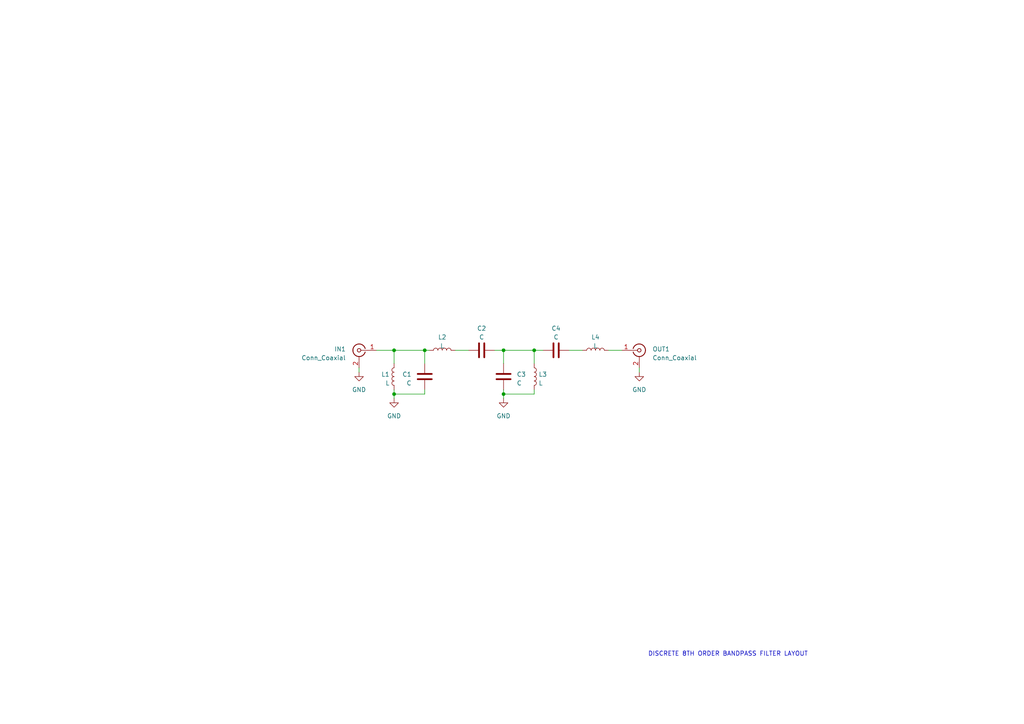
<source format=kicad_sch>
(kicad_sch (version 20230121) (generator eeschema)
  (paper "A4")
  (lib_symbols
    (symbol "Connector:Conn_Coaxial" (pin_names (offset 1.016) hide)
      (property "Reference" "J" (at 0.254 3.048 0))
      (property "Value" "Conn_Coaxial" (at 2.921 0 90))
      (symbol "Conn_Coaxial_0_1"
        (arc (start -1.778 -0.508) (mid 0.2311 -1.8066) (end 1.778 0) (stroke (width 0.254)))
        (polyline (pts (xy -2.54 0) (xy -0.508 0)))
        (polyline (pts (xy 0 -2.54) (xy 0 -1.778)))
        (circle (center 0 0) (radius 0.508) (stroke (width 0.2032)))
        (arc (start 1.778 0) (mid 0.2099 1.8101) (end -1.778 0.508) (stroke (width 0.254)))
      )
      (symbol "Conn_Coaxial_1_1"
        (pin passive line (at -5.08 0 0) (length 2.54) (name "In") (number "1"))
        (pin passive line (at 0 -5.08 90) (length 2.54) (name "Ext") (number "2"))
      )
    )
    (symbol "Device:C" (pin_numbers hide) (pin_names (offset 0.254))
      (property "Reference" "C" (at 0.635 2.54 0))
      (property "Value" "C" (at 0.635 -2.54 0))
      (symbol "C_0_1"
        (polyline (pts (xy -2.032 -0.762) (xy 2.032 -0.762)) (stroke (width 0.508)))
        (polyline (pts (xy -2.032 0.762) (xy 2.032 0.762)) (stroke (width 0.508)))
      )
      (symbol "C_1_1"
        (pin passive line (at 0 3.81 270) (length 2.794) (name "~") (number "1"))
        (pin passive line (at 0 -3.81 90) (length 2.794) (name "~") (number "2"))
      )
    )
    (symbol "Device:L" (pin_numbers hide) (pin_names (offset 1.016) hide)
      (property "Reference" "L" (at -1.27 0 90))
      (property "Value" "L" (at 1.905 0 90))
      (symbol "L_0_1"
        (arc (start 0 -2.54) (mid 0.6323 -1.905) (end 0 -1.27))
        (arc (start 0 -1.27) (mid 0.6323 -0.635) (end 0 0))
        (arc (start 0 0) (mid 0.6323 0.635) (end 0 1.27))
        (arc (start 0 1.27) (mid 0.6323 1.905) (end 0 2.54))
      )
      (symbol "L_1_1"
        (pin passive line (at 0 3.81 270) (length 1.27) (name "1") (number "1"))
        (pin passive line (at 0 -3.81 90) (length 1.27) (name "2") (number "2"))
      )
    )
    (symbol "power:GND" (power) (pin_names (offset 0))
      (property "Value" "GND" (at 0 -3.81 0))
      (symbol "GND_0_1"
        (polyline (pts (xy 0 0) (xy 0 -1.27) (xy 1.27 -1.27) (xy 0 -2.54) (xy -1.27 -1.27) (xy 0 -1.27)))
      )
      (symbol "GND_1_1"
        (pin power_in line (at 0 0 270) (length 0) hide (name "GND") (number "1"))
      )
    )
  )
  (junction (at 154.94 101.6))
  (junction (at 146.05 114.3))
  (junction (at 114.3 114.3))
  (junction (at 114.3 101.6))
  (junction (at 123.19 101.6))
  (junction (at 146.05 101.6))
  (wire (pts (xy 146.05 101.6) (xy 146.05 105.41)))
  (wire (pts (xy 146.05 113.03) (xy 146.05 114.3)))
  (wire (pts (xy 176.53 101.6) (xy 180.34 101.6)))
  (wire (pts (xy 154.94 101.6) (xy 157.48 101.6)))
  (wire (pts (xy 114.3 114.3) (xy 114.3 115.57)))
  (wire (pts (xy 154.94 101.6) (xy 154.94 105.41)))
  (wire (pts (xy 123.19 101.6) (xy 123.19 105.41)))
  (wire (pts (xy 146.05 114.3) (xy 154.94 114.3)))
  (wire (pts (xy 114.3 114.3) (xy 123.19 114.3)))
  (wire (pts (xy 104.14 106.68) (xy 104.14 107.95)))
  (wire (pts (xy 154.94 113.03) (xy 154.94 114.3)))
  (wire (pts (xy 146.05 101.6) (xy 154.94 101.6)))
  (wire (pts (xy 165.1 101.6) (xy 168.91 101.6)))
  (wire (pts (xy 123.19 101.6) (xy 124.46 101.6)))
  (wire (pts (xy 109.22 101.6) (xy 114.3 101.6)))
  (wire (pts (xy 114.3 101.6) (xy 123.19 101.6)))
  (wire (pts (xy 143.51 101.6) (xy 146.05 101.6)))
  (wire (pts (xy 185.42 106.68) (xy 185.42 107.95)))
  (wire (pts (xy 114.3 113.03) (xy 114.3 114.3)))
  (wire (pts (xy 123.19 113.03) (xy 123.19 114.3)))
  (wire (pts (xy 114.3 101.6) (xy 114.3 105.41)))
  (wire (pts (xy 146.05 114.3) (xy 146.05 115.57)))
  (wire (pts (xy 132.08 101.6) (xy 135.89 101.6)))
  (text "DISCRETE 8TH ORDER BANDPASS FILTER LAYOUT" (at 187.96 190.5 0) (effects (font (size 1.27 1.27)) (justify left bottom)))
  (symbol (lib_id "Device:C") (at 139.7 101.6 90) (unit 1)
    (property "Reference" "C2" (at 139.7 95.25 90))
    (property "Value" "C" (at 139.7 97.79 90))
    (property "Footprint" "Capacitor_SMD:C_0603_1608Metric" (effects hide))
  )
  (symbol (lib_id "Device:L") (at 172.72 101.6 270) (mirror x) (unit 1)
    (property "Reference" "L4" (at 172.72 97.79 90))
    (property "Value" "L" (at 172.72 100.33 90))
    (property "Footprint" "Inductor_SMD:L_0805_2012Metric" (effects hide))
  )
  (symbol (lib_id "power:GND") (at 146.05 115.57 0) (unit 1)
    (property "Reference" "#PWR03" (effects hide))
    (property "Value" "GND" (at 146.05 120.65 0))
  )
  (symbol (lib_id "Device:L") (at 154.94 109.22 0) (unit 1)
    (property "Reference" "L3" (at 156.21 108.585 0) (effects (justify left)))
    (property "Value" "L" (at 156.21 111.125 0) (effects (justify left)))
    (property "Footprint" "Inductor_SMD:L_0603_1608Metric" (effects hide))
  )
  (symbol (lib_id "Device:L") (at 114.3 109.22 0) (mirror y) (unit 1)
    (property "Reference" "L1" (at 113.03 108.585 0) (effects (justify left)))
    (property "Value" "L" (at 113.03 111.125 0) (effects (justify left)))
    (property "Footprint" "Inductor_SMD:L_0603_1608Metric" (effects hide))
  )
  (symbol (lib_id "power:GND") (at 185.42 107.95 0) (unit 1)
    (property "Reference" "#PWR04" (effects hide))
    (property "Value" "GND" (at 185.42 113.03 0))
  )
  (symbol (lib_id "Connector:Conn_Coaxial") (at 185.42 101.6 0) (unit 1)
    (property "Reference" "OUT1" (at 189.23 101.2582 0) (effects (justify left)))
    (property "Value" "Conn_Coaxial" (at 189.23 103.7982 0) (effects (justify left)))
    (property "Footprint" "pcrap:SMA_EdgeMount" (effects hide))
    (property "Datasheet" " ~" (effects hide))
  )
  (symbol (lib_id "Device:C") (at 161.29 101.6 270) (mirror x) (unit 1)
    (property "Reference" "C4" (at 161.29 95.25 90))
    (property "Value" "C" (at 161.29 97.79 90))
    (property "Footprint" "Capacitor_SMD:C_0603_1608Metric" (effects hide))
  )
  (symbol (lib_id "power:GND") (at 104.14 107.95 0) (unit 1)
    (property "Reference" "#PWR01" (effects hide))
    (property "Value" "GND" (at 104.14 113.03 0))
  )
  (symbol (lib_id "Device:C") (at 123.19 109.22 0) (mirror y) (unit 1)
    (property "Reference" "C1" (at 119.38 108.585 0) (effects (justify left)))
    (property "Value" "C" (at 119.38 111.125 0) (effects (justify left)))
    (property "Footprint" "Capacitor_SMD:C_0805_2012Metric" (effects hide))
  )
  (symbol (lib_id "Device:L") (at 128.27 101.6 90) (unit 1)
    (property "Reference" "L2" (at 128.27 97.79 90))
    (property "Value" "L" (at 128.27 100.33 90))
    (property "Footprint" "Inductor_SMD:L_1008_2520Metric" (effects hide))
  )
  (symbol (lib_id "Device:C") (at 146.05 109.22 0) (unit 1)
    (property "Reference" "C3" (at 149.86 108.585 0) (effects (justify left)))
    (property "Value" "C" (at 149.86 111.125 0) (effects (justify left)))
    (property "Footprint" "Capacitor_SMD:C_0603_1608Metric" (effects hide))
  )
  (symbol (lib_id "Connector:Conn_Coaxial") (at 104.14 101.6 0) (mirror y) (unit 1)
    (property "Reference" "IN1" (at 100.33 101.2582 0) (effects (justify left)))
    (property "Value" "Conn_Coaxial" (at 100.33 103.7982 0) (effects (justify left)))
    (property "Footprint" "pcrap:SMA_EdgeMount" (effects hide))
    (property "Datasheet" " ~" (effects hide))
  )
  (symbol (lib_id "power:GND") (at 114.3 115.57 0) (unit 1)
    (property "Reference" "#PWR02" (effects hide))
    (property "Value" "GND" (at 114.3 120.65 0))
  )
)
</source>
